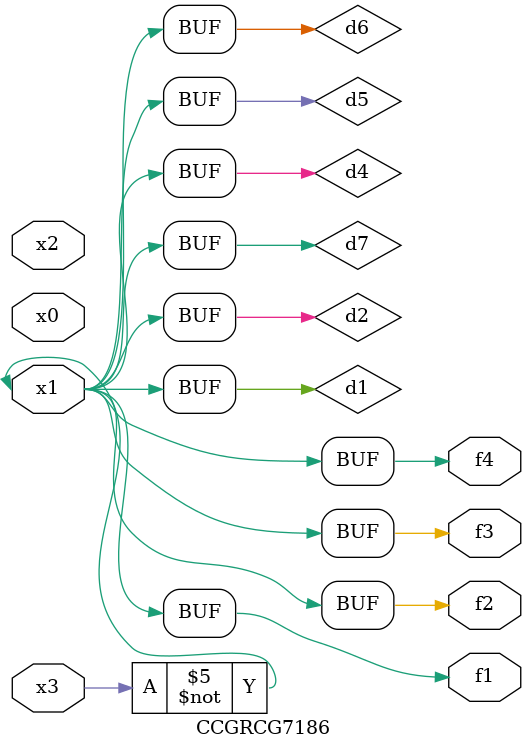
<source format=v>
module CCGRCG7186(
	input x0, x1, x2, x3,
	output f1, f2, f3, f4
);

	wire d1, d2, d3, d4, d5, d6, d7;

	not (d1, x3);
	buf (d2, x1);
	xnor (d3, d1, d2);
	nor (d4, d1);
	buf (d5, d1, d2);
	buf (d6, d4, d5);
	nand (d7, d4);
	assign f1 = d6;
	assign f2 = d7;
	assign f3 = d6;
	assign f4 = d6;
endmodule

</source>
